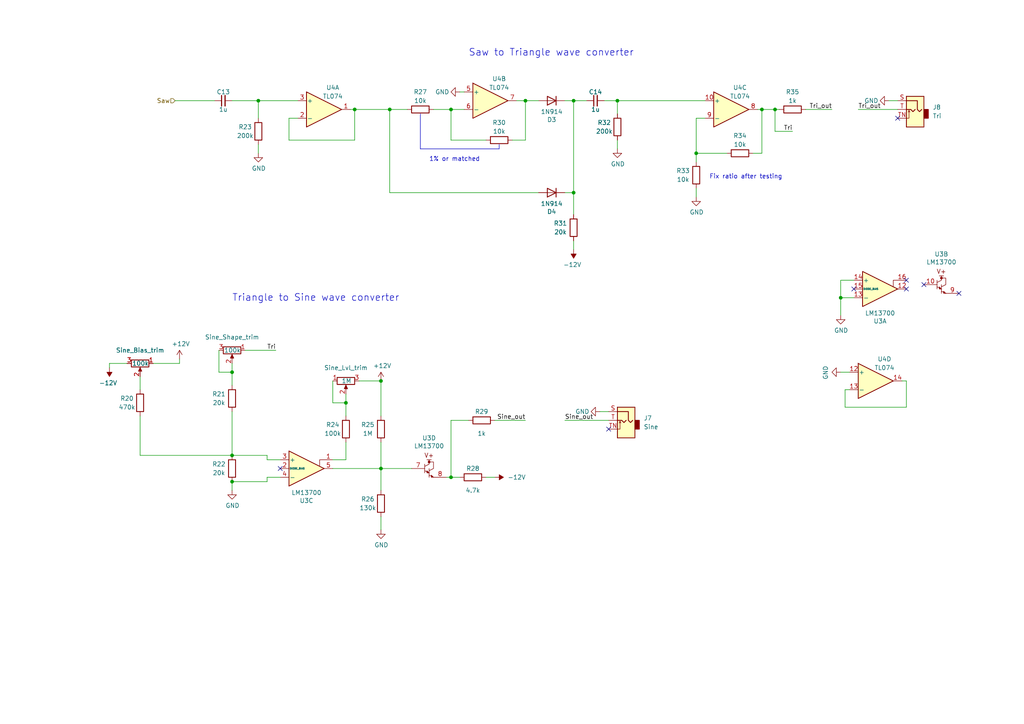
<source format=kicad_sch>
(kicad_sch (version 20230121) (generator eeschema)
  (paper "A4")
  (lib_symbols
    (symbol "Amplifier_Operational:LM13700" (pin_names (offset 0.127))
      (property "Reference" "U" (at 3.81 5.08 0))
      (property "Value" "LM13700" (at 5.08 -5.08 0))
      (symbol "LM13700_1_1"
        (polyline (pts (xy 3.81 -0.635) (xy 3.81 -2.54) (xy 5.08 -2.54)))
        (polyline (pts (xy 5.08 0) (xy -5.08 -5.08) (xy -5.08 5.08) (xy 5.08 0)) (stroke (width 0.254)) (fill (type background)))
        (pin output line (at 7.62 0 180) (length 2.54) (name "~") (number "12"))
        (pin input line (at -7.62 2.54 0) (length 2.54) (name "-") (number "13"))
        (pin input line (at -7.62 -2.54 0) (length 2.54) (name "+") (number "14"))
        (pin input line (at -7.62 0 0) (length 2.54) (name "DIODE_BIAS") (number "15"))
        (pin input line (at 7.62 -2.54 180) (length 2.54) (name "~") (number "16"))
      )
      (symbol "LM13700_2_0"
        (polyline (pts (xy -1.905 2.54) (xy -3.175 2.54)))
      )
      (symbol "LM13700_2_1"
        (circle (center -2.54 1.905) (radius 0.254) (stroke (width 0.254)) (fill (type outline)))
        (polyline (pts (xy -3.81 -0.635) (xy -2.54 -1.27)))
        (polyline (pts (xy -3.81 1.27) (xy -3.81 -1.27)))
        (polyline (pts (xy -2.54 -1.905) (xy -1.27 -2.54)))
        (polyline (pts (xy -2.54 0) (xy -2.54 -2.54)))
        (polyline (pts (xy -3.81 0.635) (xy -2.54 1.27) (xy -2.54 1.905) (xy -2.54 2.54)))
        (polyline (pts (xy -2.54 -1.27) (xy -3.175 -0.635) (xy -3.175 -1.27) (xy -2.54 -1.27)) (fill (type outline)))
        (polyline (pts (xy -2.54 -0.635) (xy -1.27 0) (xy -1.27 1.905) (xy -2.54 1.905)))
        (polyline (pts (xy -1.27 -2.54) (xy -1.905 -1.905) (xy -1.905 -2.54) (xy -1.27 -2.54)) (fill (type outline)))
        (text "V+" (at -2.54 3.81 0) (effects (font (size 1.27 1.27))))
        (pin input line (at -7.62 0 0) (length 3.81) (name "~") (number "10"))
        (pin output line (at 2.54 -2.54 180) (length 3.81) (name "~") (number "9"))
      )
      (symbol "LM13700_3_1"
        (polyline (pts (xy 3.81 -0.635) (xy 3.81 -2.54) (xy 5.08 -2.54)))
        (polyline (pts (xy 5.08 0) (xy -5.08 -5.08) (xy -5.08 5.08) (xy 5.08 0)) (stroke (width 0.254)) (fill (type background)))
        (pin input line (at 7.62 -2.54 180) (length 2.54) (name "~") (number "1"))
        (pin input line (at -7.62 0 0) (length 2.54) (name "DIODE_BIAS") (number "2"))
        (pin input line (at -7.62 -2.54 0) (length 2.54) (name "+") (number "3"))
        (pin input line (at -7.62 2.54 0) (length 2.54) (name "-") (number "4"))
        (pin output line (at 7.62 0 180) (length 2.54) (name "~") (number "5"))
      )
      (symbol "LM13700_4_0"
        (polyline (pts (xy -3.175 2.54) (xy -1.905 2.54)))
        (text "V+" (at -2.54 3.81 0) (effects (font (size 1.27 1.27))))
      )
      (symbol "LM13700_4_1"
        (circle (center -2.54 1.905) (radius 0.254) (stroke (width 0.254)) (fill (type outline)))
        (polyline (pts (xy -3.81 -0.635) (xy -2.54 -1.27)))
        (polyline (pts (xy -3.81 1.27) (xy -3.81 -1.27)))
        (polyline (pts (xy -2.54 -1.905) (xy -1.27 -2.54)))
        (polyline (pts (xy -2.54 0) (xy -2.54 -2.54)))
        (polyline (pts (xy -3.81 0.635) (xy -2.54 1.27) (xy -2.54 2.54)))
        (polyline (pts (xy -2.54 -1.27) (xy -3.175 -0.635) (xy -3.175 -1.27) (xy -2.54 -1.27)) (fill (type outline)))
        (polyline (pts (xy -2.54 -0.635) (xy -1.27 0) (xy -1.27 1.905) (xy -2.54 1.905)))
        (polyline (pts (xy -1.27 -2.54) (xy -1.905 -1.905) (xy -1.905 -2.54) (xy -1.27 -2.54)) (fill (type outline)))
        (pin input line (at -7.62 0 0) (length 3.81) (name "~") (number "7"))
        (pin output line (at 2.54 -2.54 180) (length 3.81) (name "~") (number "8"))
      )
      (symbol "LM13700_5_1"
        (pin power_in line (at -2.54 7.62 270) (length 3.81) (name "V+") (number "11"))
        (pin power_in line (at -2.54 -7.62 90) (length 3.81) (name "V-") (number "6"))
      )
    )
    (symbol "Amplifier_Operational:TL074" (pin_names (offset 0.127))
      (property "Reference" "U" (at 0 5.08 0))
      (property "Value" "TL074" (at 0 -5.08 0))
      (symbol "TL074_1_1"
        (polyline (pts (xy -5.08 5.08) (xy 5.08 0) (xy -5.08 -5.08) (xy -5.08 5.08)) (stroke (width 0.254)) (fill (type background)))
        (pin output line (at 7.62 0 180) (length 2.54) (name "~") (number "1"))
        (pin input line (at -7.62 -2.54 0) (length 2.54) (name "-") (number "2"))
        (pin input line (at -7.62 2.54 0) (length 2.54) (name "+") (number "3"))
      )
      (symbol "TL074_2_1"
        (polyline (pts (xy -5.08 5.08) (xy 5.08 0) (xy -5.08 -5.08) (xy -5.08 5.08)) (stroke (width 0.254)) (fill (type background)))
        (pin input line (at -7.62 2.54 0) (length 2.54) (name "+") (number "5"))
        (pin input line (at -7.62 -2.54 0) (length 2.54) (name "-") (number "6"))
        (pin output line (at 7.62 0 180) (length 2.54) (name "~") (number "7"))
      )
      (symbol "TL074_3_1"
        (polyline (pts (xy -5.08 5.08) (xy 5.08 0) (xy -5.08 -5.08) (xy -5.08 5.08)) (stroke (width 0.254)) (fill (type background)))
        (pin input line (at -7.62 2.54 0) (length 2.54) (name "+") (number "10"))
        (pin output line (at 7.62 0 180) (length 2.54) (name "~") (number "8"))
        (pin input line (at -7.62 -2.54 0) (length 2.54) (name "-") (number "9"))
      )
      (symbol "TL074_4_1"
        (polyline (pts (xy -5.08 5.08) (xy 5.08 0) (xy -5.08 -5.08) (xy -5.08 5.08)) (stroke (width 0.254)) (fill (type background)))
        (pin input line (at -7.62 2.54 0) (length 2.54) (name "+") (number "12"))
        (pin input line (at -7.62 -2.54 0) (length 2.54) (name "-") (number "13"))
        (pin output line (at 7.62 0 180) (length 2.54) (name "~") (number "14"))
      )
      (symbol "TL074_5_1"
        (pin power_in line (at -2.54 -7.62 90) (length 3.81) (name "V-") (number "11"))
        (pin power_in line (at -2.54 7.62 270) (length 3.81) (name "V+") (number "4"))
      )
    )
    (symbol "Connector:AudioJack2_SwitchT"
      (property "Reference" "J" (at 0 8.89 0))
      (property "Value" "AudioJack2_SwitchT" (at 0 6.35 0))
      (symbol "AudioJack2_SwitchT_0_1"
        (rectangle (start -2.54 0) (end -3.81 -2.54) (stroke (width 0.254)) (fill (type outline)))
        (polyline (pts (xy 1.778 -0.254) (xy 2.032 -0.762)))
        (polyline (pts (xy 0 0) (xy 0.635 -0.635) (xy 1.27 0) (xy 2.54 0)) (stroke (width 0.254)))
        (polyline (pts (xy 2.54 -2.54) (xy 1.778 -2.54) (xy 1.778 -0.254) (xy 1.524 -0.762)))
        (polyline (pts (xy 2.54 2.54) (xy -0.635 2.54) (xy -0.635 0) (xy -1.27 -0.635) (xy -1.905 0)) (stroke (width 0.254)))
        (rectangle (start 2.54 3.81) (end -2.54 -5.08) (stroke (width 0.254)) (fill (type background)))
      )
      (symbol "AudioJack2_SwitchT_1_1"
        (pin passive line (at 5.08 2.54 180) (length 2.54) (name "~") (number "S"))
        (pin passive line (at 5.08 0 180) (length 2.54) (name "~") (number "T"))
        (pin passive line (at 5.08 -2.54 180) (length 2.54) (name "~") (number "TN"))
      )
    )
    (symbol "Device:C_Small" (pin_numbers hide) (pin_names (offset 0.254) hide)
      (property "Reference" "C" (at 0.254 1.778 0))
      (property "Value" "C_Small" (at 0.254 -2.032 0))
      (symbol "C_Small_0_1"
        (polyline (pts (xy -1.524 -0.508) (xy 1.524 -0.508)) (stroke (width 0.3302)))
        (polyline (pts (xy -1.524 0.508) (xy 1.524 0.508)) (stroke (width 0.3048)))
      )
      (symbol "C_Small_1_1"
        (pin passive line (at 0 2.54 270) (length 2.032) (name "~") (number "1"))
        (pin passive line (at 0 -2.54 90) (length 2.032) (name "~") (number "2"))
      )
    )
    (symbol "Device:D" (pin_numbers hide) (pin_names (offset 1.016) hide)
      (property "Reference" "D" (at 0 2.54 0))
      (property "Value" "D" (at 0 -2.54 0))
      (symbol "D_0_1"
        (polyline (pts (xy -1.27 1.27) (xy -1.27 -1.27)) (stroke (width 0.254)))
        (polyline (pts (xy 1.27 0) (xy -1.27 0)))
        (polyline (pts (xy 1.27 1.27) (xy 1.27 -1.27) (xy -1.27 0) (xy 1.27 1.27)) (stroke (width 0.254)))
      )
      (symbol "D_1_1"
        (pin passive line (at -3.81 0 0) (length 2.54) (name "K") (number "1"))
        (pin passive line (at 3.81 0 180) (length 2.54) (name "A") (number "2"))
      )
    )
    (symbol "Device:R" (pin_numbers hide) (pin_names (offset 0))
      (property "Reference" "R" (at 2.032 0 90))
      (property "Value" "R" (at 0 0 90))
      (symbol "R_0_1"
        (rectangle (start -1.016 -2.54) (end 1.016 2.54) (stroke (width 0.254)))
      )
      (symbol "R_1_1"
        (pin passive line (at 0 3.81 270) (length 1.27) (name "~") (number "1"))
        (pin passive line (at 0 -3.81 90) (length 1.27) (name "~") (number "2"))
      )
    )
    (symbol "Device:R_POT" (pin_names (offset 1.016) hide)
      (property "Reference" "RV" (at -4.445 0 90))
      (property "Value" "Device_R_POT" (at -2.54 0 90))
      (symbol "R_POT_0_1"
        (polyline (pts (xy 2.54 0) (xy 1.524 0)))
        (polyline (pts (xy 1.143 0) (xy 2.286 0.508) (xy 2.286 -0.508) (xy 1.143 0)) (fill (type outline)))
        (rectangle (start 1.016 2.54) (end -1.016 -2.54) (stroke (width 0.254)))
      )
      (symbol "R_POT_1_1"
        (pin passive line (at 0 3.81 270) (length 1.27) (name "1") (number "1"))
        (pin passive line (at 3.81 0 180) (length 1.27) (name "2") (number "2"))
        (pin passive line (at 0 -3.81 90) (length 1.27) (name "3") (number "3"))
      )
    )
    (symbol "power:+12V" (power) (pin_names (offset 0))
      (property "Value" "+12V" (at 0 3.556 0))
      (symbol "+12V_0_1"
        (polyline (pts (xy -0.762 1.27) (xy 0 2.54)))
        (polyline (pts (xy 0 0) (xy 0 2.54)))
        (polyline (pts (xy 0 2.54) (xy 0.762 1.27)))
      )
      (symbol "+12V_1_1"
        (pin power_in line (at 0 0 90) (length 0) hide (name "+12V") (number "1"))
      )
    )
    (symbol "power:-12V" (power) (pin_names (offset 0))
      (property "Value" "-12V" (at 0 3.81 0))
      (symbol "-12V_0_0"
        (pin power_in line (at 0 0 90) (length 0) hide (name "-12V") (number "1"))
      )
      (symbol "-12V_0_1"
        (polyline (pts (xy 0 0) (xy 0 1.27) (xy 0.762 1.27) (xy 0 2.54) (xy -0.762 1.27) (xy 0 1.27)) (fill (type outline)))
      )
    )
    (symbol "power:GND" (power) (pin_names (offset 0))
      (property "Value" "GND" (at 0 -3.81 0))
      (symbol "GND_0_1"
        (polyline (pts (xy 0 0) (xy 0 -1.27) (xy 1.27 -1.27) (xy 0 -2.54) (xy -1.27 -1.27) (xy 0 -1.27)))
      )
      (symbol "GND_1_1"
        (pin power_in line (at 0 0 270) (length 0) hide (name "GND") (number "1"))
      )
    )
  )
  (junction (at 67.31 107.95))
  (junction (at 67.31 132.08))
  (junction (at 220.98 31.75))
  (junction (at 243.84 86.36))
  (junction (at 100.33 116.84))
  (junction (at 201.93 44.45))
  (junction (at 110.49 135.89))
  (junction (at 74.93 29.21))
  (junction (at 166.37 29.21))
  (junction (at 110.49 110.49))
  (junction (at 113.03 31.75))
  (junction (at 102.87 31.75))
  (junction (at 130.81 138.43))
  (junction (at 224.79 31.75))
  (junction (at 130.81 31.75))
  (junction (at 67.31 139.7))
  (junction (at 179.07 29.21))
  (junction (at 166.37 55.88))
  (junction (at 152.4 29.21))
  (no_connect (at 260.35 34.29))
  (no_connect (at 267.97 82.55))
  (no_connect (at 278.13 85.09))
  (no_connect (at 262.89 81.28))
  (no_connect (at 176.53 124.46))
  (no_connect (at 81.28 135.89))
  (no_connect (at 262.89 83.82))
  (no_connect (at 247.65 83.82))
  (wire (pts (xy 166.37 55.88) (xy 166.37 62.23)))
  (wire (pts (xy 134.62 26.67) (xy 133.35 26.67)))
  (wire (pts (xy 201.93 44.45) (xy 210.82 44.45)))
  (polyline (pts (xy 144.78 41.91) (xy 144.78 43.18)))
  (wire (pts (xy 71.12 101.6) (xy 80.01 101.6)))
  (wire (pts (xy 201.93 34.29) (xy 201.93 44.45)))
  (wire (pts (xy 176.53 119.38) (xy 173.99 119.38)))
  (wire (pts (xy 67.31 107.95) (xy 67.31 111.76)))
  (wire (pts (xy 246.38 107.95) (xy 243.84 107.95)))
  (wire (pts (xy 110.49 135.89) (xy 110.49 142.24)))
  (wire (pts (xy 113.03 31.75) (xy 113.03 55.88)))
  (wire (pts (xy 77.47 133.35) (xy 81.28 133.35)))
  (wire (pts (xy 104.14 110.49) (xy 110.49 110.49)))
  (wire (pts (xy 77.47 138.43) (xy 77.47 139.7)))
  (wire (pts (xy 74.93 29.21) (xy 74.93 34.29)))
  (wire (pts (xy 243.84 86.36) (xy 243.84 91.44)))
  (wire (pts (xy 52.07 104.14) (xy 52.07 105.41)))
  (wire (pts (xy 224.79 31.75) (xy 220.98 31.75)))
  (wire (pts (xy 77.47 132.08) (xy 77.47 133.35)))
  (wire (pts (xy 175.26 29.21) (xy 179.07 29.21)))
  (wire (pts (xy 40.64 113.03) (xy 40.64 109.22)))
  (wire (pts (xy 245.11 113.03) (xy 246.38 113.03)))
  (wire (pts (xy 74.93 41.91) (xy 74.93 44.45)))
  (wire (pts (xy 130.81 31.75) (xy 130.81 40.64)))
  (wire (pts (xy 179.07 29.21) (xy 204.47 29.21)))
  (wire (pts (xy 81.28 138.43) (xy 77.47 138.43)))
  (wire (pts (xy 31.75 105.41) (xy 31.75 106.68)))
  (wire (pts (xy 100.33 128.27) (xy 100.33 133.35)))
  (wire (pts (xy 50.8 29.21) (xy 62.23 29.21)))
  (wire (pts (xy 44.45 105.41) (xy 52.07 105.41)))
  (wire (pts (xy 110.49 149.86) (xy 110.49 153.67)))
  (wire (pts (xy 220.98 44.45) (xy 218.44 44.45)))
  (wire (pts (xy 261.62 110.49) (xy 262.89 110.49)))
  (wire (pts (xy 248.92 31.75) (xy 260.35 31.75)))
  (wire (pts (xy 219.71 31.75) (xy 220.98 31.75)))
  (wire (pts (xy 86.36 34.29) (xy 83.82 34.29)))
  (wire (pts (xy 83.82 34.29) (xy 83.82 40.64)))
  (wire (pts (xy 125.73 31.75) (xy 130.81 31.75)))
  (polyline (pts (xy 121.92 33.02) (xy 121.92 43.18)))
  (wire (pts (xy 36.83 105.41) (xy 31.75 105.41)))
  (wire (pts (xy 201.93 44.45) (xy 201.93 46.99)))
  (wire (pts (xy 148.59 40.64) (xy 152.4 40.64)))
  (wire (pts (xy 67.31 132.08) (xy 77.47 132.08)))
  (wire (pts (xy 152.4 29.21) (xy 149.86 29.21)))
  (wire (pts (xy 156.21 29.21) (xy 152.4 29.21)))
  (wire (pts (xy 130.81 31.75) (xy 134.62 31.75)))
  (wire (pts (xy 96.52 110.49) (xy 96.52 116.84)))
  (wire (pts (xy 100.33 133.35) (xy 96.52 133.35)))
  (wire (pts (xy 163.83 121.92) (xy 176.53 121.92)))
  (polyline (pts (xy 121.92 43.18) (xy 144.78 43.18)))
  (wire (pts (xy 67.31 105.41) (xy 67.31 107.95)))
  (wire (pts (xy 40.64 120.65) (xy 40.64 132.08)))
  (wire (pts (xy 83.82 40.64) (xy 102.87 40.64)))
  (wire (pts (xy 63.5 107.95) (xy 67.31 107.95)))
  (wire (pts (xy 224.79 38.1) (xy 229.87 38.1)))
  (wire (pts (xy 166.37 55.88) (xy 163.83 55.88)))
  (wire (pts (xy 102.87 31.75) (xy 101.6 31.75)))
  (wire (pts (xy 163.83 29.21) (xy 166.37 29.21)))
  (wire (pts (xy 204.47 34.29) (xy 201.93 34.29)))
  (wire (pts (xy 243.84 86.36) (xy 247.65 86.36)))
  (wire (pts (xy 262.89 110.49) (xy 262.89 118.11)))
  (wire (pts (xy 179.07 29.21) (xy 179.07 33.02)))
  (wire (pts (xy 241.3 31.75) (xy 233.68 31.75)))
  (wire (pts (xy 130.81 40.64) (xy 140.97 40.64)))
  (wire (pts (xy 260.35 29.21) (xy 257.81 29.21)))
  (wire (pts (xy 247.65 81.28) (xy 243.84 81.28)))
  (wire (pts (xy 74.93 29.21) (xy 86.36 29.21)))
  (wire (pts (xy 245.11 118.11) (xy 245.11 113.03)))
  (wire (pts (xy 102.87 31.75) (xy 113.03 31.75)))
  (wire (pts (xy 152.4 121.92) (xy 143.51 121.92)))
  (wire (pts (xy 166.37 29.21) (xy 166.37 55.88)))
  (wire (pts (xy 63.5 101.6) (xy 63.5 107.95)))
  (wire (pts (xy 113.03 55.88) (xy 156.21 55.88)))
  (wire (pts (xy 100.33 116.84) (xy 100.33 120.65)))
  (wire (pts (xy 243.84 81.28) (xy 243.84 86.36)))
  (wire (pts (xy 133.35 138.43) (xy 130.81 138.43)))
  (wire (pts (xy 110.49 128.27) (xy 110.49 135.89)))
  (wire (pts (xy 67.31 119.38) (xy 67.31 132.08)))
  (wire (pts (xy 110.49 135.89) (xy 119.38 135.89)))
  (wire (pts (xy 166.37 29.21) (xy 170.18 29.21)))
  (wire (pts (xy 226.06 31.75) (xy 224.79 31.75)))
  (wire (pts (xy 140.97 138.43) (xy 143.51 138.43)))
  (wire (pts (xy 262.89 118.11) (xy 245.11 118.11)))
  (wire (pts (xy 130.81 121.92) (xy 130.81 138.43)))
  (wire (pts (xy 152.4 40.64) (xy 152.4 29.21)))
  (wire (pts (xy 67.31 139.7) (xy 67.31 142.24)))
  (wire (pts (xy 201.93 54.61) (xy 201.93 57.15)))
  (wire (pts (xy 166.37 69.85) (xy 166.37 72.39)))
  (wire (pts (xy 113.03 31.75) (xy 118.11 31.75)))
  (wire (pts (xy 135.89 121.92) (xy 130.81 121.92)))
  (wire (pts (xy 40.64 132.08) (xy 67.31 132.08)))
  (wire (pts (xy 102.87 40.64) (xy 102.87 31.75)))
  (wire (pts (xy 220.98 31.75) (xy 220.98 44.45)))
  (wire (pts (xy 67.31 139.7) (xy 77.47 139.7)))
  (wire (pts (xy 179.07 40.64) (xy 179.07 43.18)))
  (wire (pts (xy 96.52 135.89) (xy 110.49 135.89)))
  (wire (pts (xy 67.31 29.21) (xy 74.93 29.21)))
  (wire (pts (xy 110.49 110.49) (xy 110.49 120.65)))
  (wire (pts (xy 100.33 114.3) (xy 100.33 116.84)))
  (wire (pts (xy 96.52 116.84) (xy 100.33 116.84)))
  (wire (pts (xy 224.79 31.75) (xy 224.79 38.1)))
  (wire (pts (xy 130.81 138.43) (xy 129.54 138.43)))
  (text "Saw to Triangle wave converter" (at 135.89 16.51 0) (effects (font (size 2 2)) (justify left bottom)))
  (text "Triangle to Sine wave converter" (at 67.31 87.63 0) (effects (font (size 2 2)) (justify left bottom)))
  (text "Fix ratio after testing" (at 205.74 52.07 0) (effects (font (size 1.27 1.27)) (justify left bottom)))
  (text "1% or matched" (at 124.46 46.99 0) (effects (font (size 1.27 1.27)) (justify left bottom)))
  (label "Sine_out" (at 152.4 121.92 180))
  (label "Tri" (at 80.01 101.6 180))
  (label "Tri_out" (at 241.3 31.75 180))
  (label "Tri_out" (at 248.92 31.75 0))
  (label "Sine_out" (at 163.83 121.92 0))
  (label "Tri" (at 229.87 38.1 180))
  (hierarchical_label "Saw" (shape input) (at 50.8 29.21 180))
  (symbol (lib_id "power:GND") (at 110.49 153.67 0) (unit 1)
    (property "Reference" "#PWR039" (effects hide))
    (property "Value" "GND" (at 110.617 158.0642 0))
  )
  (symbol (lib_id "power:GND") (at 173.99 119.38 270) (unit 1)
    (property "Reference" "#PWR042" (effects hide))
    (property "Value" "GND" (at 168.91 119.38 90))
  )
  (symbol (lib_id "Device:R_POT") (at 100.33 110.49 90) (mirror x) (unit 1)
    (property "Reference" "Sine_Lvl_trim" (at 100.33 106.68 90))
    (property "Value" "1M" (at 99.06 110.49 90) (effects (justify right)))
    (property "Footprint" "Potentiometer_THT:Potentiometer_Bourns_3386C_Horizontal" (effects hide))
    (property "Comments" "Use multi turn Cermet style 3296 pots " (effects hide))
  )
  (symbol (lib_id "Device:R") (at 67.31 135.89 180) (unit 1)
    (property "Reference" "R22" (at 63.5 134.62 0))
    (property "Value" "20k" (at 63.5 137.16 0))
    (property "Footprint" "Resistor_THT:R_Axial_DIN0207_L6.3mm_D2.5mm_P10.16mm_Horizontal" (effects hide))
  )
  (symbol (lib_id "Amplifier_Operational:LM13700") (at 255.27 83.82 0) (mirror x) (unit 1)
    (property "Reference" "U3" (at 255.27 93.1418 0))
    (property "Value" "LM13700" (at 255.27 90.8304 0))
    (property "Footprint" "Package_SO:SOIC-16_3.9x9.9mm_P1.27mm" (effects hide))
    (property "Datasheet" "http://www.ti.com/lit/ds/symlink/lm13700.pdf" (effects hide))
  )
  (symbol (lib_id "Device:R") (at 100.33 124.46 180) (unit 1)
    (property "Reference" "R24" (at 96.52 123.19 0))
    (property "Value" "100k" (at 96.52 125.73 0))
    (property "Footprint" "Resistor_THT:R_Axial_DIN0207_L6.3mm_D2.5mm_P10.16mm_Horizontal" (effects hide))
  )
  (symbol (lib_id "Device:R") (at 166.37 66.04 180) (unit 1)
    (property "Reference" "R31" (at 162.56 64.77 0))
    (property "Value" "20k" (at 162.56 67.31 0))
    (property "Footprint" "Resistor_THT:R_Axial_DIN0207_L6.3mm_D2.5mm_P10.16mm_Horizontal" (effects hide))
  )
  (symbol (lib_id "power:-12V") (at 166.37 72.39 180) (unit 1)
    (property "Reference" "#PWR043" (effects hide))
    (property "Value" "-12V" (at 165.989 76.7842 0))
  )
  (symbol (lib_id "Device:R") (at 229.87 31.75 90) (unit 1)
    (property "Reference" "R35" (at 229.87 26.67 90))
    (property "Value" "1k" (at 229.87 29.21 90))
    (property "Footprint" "Resistor_THT:R_Axial_DIN0207_L6.3mm_D2.5mm_P10.16mm_Horizontal" (effects hide))
  )
  (symbol (lib_id "Device:R") (at 144.78 40.64 90) (unit 1)
    (property "Reference" "R30" (at 144.78 35.56 90))
    (property "Value" "10k" (at 144.78 38.1 90))
    (property "Footprint" "Resistor_THT:R_Axial_DIN0207_L6.3mm_D2.5mm_P10.16mm_Horizontal" (effects hide))
  )
  (symbol (lib_id "power:-12V") (at 143.51 138.43 270) (unit 1)
    (property "Reference" "#PWR041" (effects hide))
    (property "Value" "-12V" (at 149.86 138.43 90))
  )
  (symbol (lib_id "Device:D") (at 160.02 55.88 180) (unit 1)
    (property "Reference" "D4" (at 160.02 61.3918 0))
    (property "Value" "1N914" (at 160.02 59.0804 0))
    (property "Footprint" "Diode_THT:D_DO-35_SOD27_P7.62mm_Horizontal" (effects hide))
  )
  (symbol (lib_id "Device:R") (at 40.64 116.84 180) (unit 1)
    (property "Reference" "R20" (at 36.83 115.57 0))
    (property "Value" "470k" (at 36.83 118.11 0))
    (property "Footprint" "Resistor_THT:R_Axial_DIN0207_L6.3mm_D2.5mm_P10.16mm_Horizontal" (effects hide))
  )
  (symbol (lib_id "power:GND") (at 201.93 57.15 0) (unit 1)
    (property "Reference" "#PWR045" (effects hide))
    (property "Value" "GND" (at 202.057 61.5442 0))
  )
  (symbol (lib_id "Amplifier_Operational:TL074") (at 212.09 31.75 0) (unit 3)
    (property "Reference" "U4" (at 214.63 25.4 0))
    (property "Value" "TL074" (at 214.63 27.94 0))
    (property "Footprint" "Package_DIP:DIP-14_W7.62mm_Socket" (effects hide))
    (property "Datasheet" "http://www.ti.com/lit/ds/symlink/tl071.pdf" (effects hide))
  )
  (symbol (lib_id "power:GND") (at 67.31 142.24 0) (unit 1)
    (property "Reference" "#PWR036" (effects hide))
    (property "Value" "GND" (at 67.437 146.6342 0))
  )
  (symbol (lib_id "Amplifier_Operational:LM13700") (at 88.9 135.89 0) (mirror x) (unit 3)
    (property "Reference" "U3" (at 88.9 145.2118 0))
    (property "Value" "LM13700" (at 88.9 142.9004 0))
    (property "Footprint" "Package_SO:SOIC-16_3.9x9.9mm_P1.27mm" (effects hide))
    (property "Datasheet" "http://www.ti.com/lit/ds/symlink/lm13700.pdf" (effects hide))
  )
  (symbol (lib_id "Amplifier_Operational:TL074") (at 93.98 31.75 0) (unit 1)
    (property "Reference" "U4" (at 96.52 25.4 0))
    (property "Value" "TL074" (at 96.52 27.94 0))
    (property "Footprint" "Package_DIP:DIP-14_W7.62mm_Socket" (effects hide))
    (property "Datasheet" "http://www.ti.com/lit/ds/symlink/tl071.pdf" (effects hide))
  )
  (symbol (lib_id "power:+12V") (at 52.07 104.14 0) (unit 1)
    (property "Reference" "#PWR035" (effects hide))
    (property "Value" "+12V" (at 52.451 99.7458 0))
  )
  (symbol (lib_id "Device:R") (at 214.63 44.45 90) (unit 1)
    (property "Reference" "R34" (at 214.63 39.37 90))
    (property "Value" "10k" (at 214.63 41.91 90))
    (property "Footprint" "Resistor_THT:R_Axial_DIN0207_L6.3mm_D2.5mm_P10.16mm_Horizontal" (effects hide))
  )
  (symbol (lib_id "Device:D") (at 160.02 29.21 180) (unit 1)
    (property "Reference" "D3" (at 160.02 34.7218 0))
    (property "Value" "1N914" (at 160.02 32.4104 0))
    (property "Footprint" "Diode_THT:D_DO-35_SOD27_P7.62mm_Horizontal" (effects hide))
  )
  (symbol (lib_id "Amplifier_Operational:TL074") (at 254 110.49 0) (unit 4)
    (property "Reference" "U4" (at 256.54 104.14 0))
    (property "Value" "TL074" (at 256.54 106.68 0))
    (property "Footprint" "Package_DIP:DIP-14_W7.62mm_Socket" (effects hide))
    (property "Datasheet" "http://www.ti.com/lit/ds/symlink/tl071.pdf" (effects hide))
  )
  (symbol (lib_id "Device:R") (at 179.07 36.83 180) (unit 1)
    (property "Reference" "R32" (at 175.26 35.56 0))
    (property "Value" "200k" (at 175.26 38.1 0))
    (property "Footprint" "Resistor_THT:R_Axial_DIN0207_L6.3mm_D2.5mm_P10.16mm_Horizontal" (effects hide))
  )
  (symbol (lib_id "Device:R") (at 67.31 115.57 180) (unit 1)
    (property "Reference" "R21" (at 63.5 114.3 0))
    (property "Value" "20k" (at 63.5 116.84 0))
    (property "Footprint" "Resistor_THT:R_Axial_DIN0207_L6.3mm_D2.5mm_P10.16mm_Horizontal" (effects hide))
  )
  (symbol (lib_id "power:-12V") (at 31.75 106.68 180) (unit 1)
    (property "Reference" "#PWR034" (effects hide))
    (property "Value" "-12V" (at 31.369 111.0742 0))
  )
  (symbol (lib_id "Device:R") (at 201.93 50.8 180) (unit 1)
    (property "Reference" "R33" (at 198.12 49.53 0))
    (property "Value" "10k" (at 198.12 52.07 0))
    (property "Footprint" "Resistor_THT:R_Axial_DIN0207_L6.3mm_D2.5mm_P10.16mm_Horizontal" (effects hide))
  )
  (symbol (lib_id "power:GND") (at 257.81 29.21 270) (unit 1)
    (property "Reference" "#PWR048" (effects hide))
    (property "Value" "GND" (at 252.73 29.21 90))
  )
  (symbol (lib_id "power:GND") (at 243.84 107.95 270) (unit 1)
    (property "Reference" "#PWR047" (effects hide))
    (property "Value" "GND" (at 239.4458 108.077 0))
  )
  (symbol (lib_id "Connector:AudioJack2_SwitchT") (at 265.43 31.75 0) (mirror y) (unit 1)
    (property "Reference" "J8" (at 270.51 31.1149 0) (effects (justify right)))
    (property "Value" "Tri" (at 270.51 33.6549 0) (effects (justify right)))
    (property "Footprint" "Synth:Thonkiconn" (effects hide))
  )
  (symbol (lib_id "Device:R_POT") (at 67.31 101.6 270) (unit 1)
    (property "Reference" "Sine_Shape_trim" (at 67.31 97.79 90))
    (property "Value" "100k" (at 69.85 101.6 90) (effects (justify right)))
    (property "Footprint" "Potentiometer_THT:Potentiometer_Bourns_3386C_Horizontal" (effects hide))
    (property "Comments" "Use multi turn Cermet style 3296 pots " (effects hide))
  )
  (symbol (lib_id "Device:R") (at 139.7 121.92 270) (unit 1)
    (property "Reference" "R29" (at 139.7 119.38 90))
    (property "Value" "1k" (at 139.7 125.73 90))
    (property "Footprint" "Resistor_THT:R_Axial_DIN0207_L6.3mm_D2.5mm_P10.16mm_Horizontal" (effects hide))
  )
  (symbol (lib_id "Connector:AudioJack2_SwitchT") (at 181.61 121.92 0) (mirror y) (unit 1)
    (property "Reference" "J7" (at 186.69 121.2849 0) (effects (justify right)))
    (property "Value" "Sine" (at 186.69 123.8249 0) (effects (justify right)))
    (property "Footprint" "Synth:Thonkiconn" (effects hide))
  )
  (symbol (lib_id "Amplifier_Operational:LM13700") (at 127 135.89 0) (unit 4)
    (property "Reference" "U3" (at 124.46 127.0508 0))
    (property "Value" "LM13700" (at 124.46 129.3622 0))
    (property "Footprint" "Package_SO:SOIC-16_3.9x9.9mm_P1.27mm" (effects hide))
    (property "Datasheet" "http://www.ti.com/lit/ds/symlink/lm13700.pdf" (effects hide))
  )
  (symbol (lib_id "power:GND") (at 243.84 91.44 0) (unit 1)
    (property "Reference" "#PWR046" (effects hide))
    (property "Value" "GND" (at 243.967 95.8342 0))
  )
  (symbol (lib_id "Device:C_Small") (at 172.72 29.21 90) (unit 1)
    (property "Reference" "C14" (at 172.72 26.67 90))
    (property "Value" "1u" (at 172.72 31.75 90))
    (property "Footprint" "Capacitor_THT:C_Disc_D7.0mm_W2.5mm_P5.00mm" (effects hide))
  )
  (symbol (lib_id "Device:C_Small") (at 64.77 29.21 90) (unit 1)
    (property "Reference" "C13" (at 64.77 26.67 90))
    (property "Value" "1u" (at 64.77 31.75 90))
    (property "Footprint" "Capacitor_THT:C_Disc_D7.0mm_W2.5mm_P5.00mm" (effects hide))
  )
  (symbol (lib_id "Device:R") (at 137.16 138.43 270) (unit 1)
    (property "Reference" "R28" (at 137.16 135.89 90))
    (property "Value" "4.7k" (at 137.16 142.24 90))
    (property "Footprint" "Resistor_THT:R_Axial_DIN0207_L6.3mm_D2.5mm_P10.16mm_Horizontal" (effects hide))
  )
  (symbol (lib_id "power:+12V") (at 110.49 110.49 0) (unit 1)
    (property "Reference" "#PWR038" (effects hide))
    (property "Value" "+12V" (at 110.871 106.0958 0))
  )
  (symbol (lib_id "power:GND") (at 133.35 26.67 270) (unit 1)
    (property "Reference" "#PWR040" (effects hide))
    (property "Value" "GND" (at 128.27 26.67 90))
  )
  (symbol (lib_id "Amplifier_Operational:TL074") (at 142.24 29.21 0) (unit 2)
    (property "Reference" "U4" (at 144.78 22.86 0))
    (property "Value" "TL074" (at 144.78 25.4 0))
    (property "Footprint" "Package_DIP:DIP-14_W7.62mm_Socket" (effects hide))
    (property "Datasheet" "http://www.ti.com/lit/ds/symlink/tl071.pdf" (effects hide))
  )
  (symbol (lib_id "Device:R") (at 121.92 31.75 90) (unit 1)
    (property "Reference" "R27" (at 121.92 26.67 90))
    (property "Value" "10k" (at 121.92 29.21 90))
    (property "Footprint" "Resistor_THT:R_Axial_DIN0207_L6.3mm_D2.5mm_P10.16mm_Horizontal" (effects hide))
  )
  (symbol (lib_id "Device:R") (at 110.49 146.05 180) (unit 1)
    (property "Reference" "R26" (at 106.68 144.78 0))
    (property "Value" "130k" (at 106.68 147.32 0))
    (property "Footprint" "Resistor_THT:R_Axial_DIN0207_L6.3mm_D2.5mm_P10.16mm_Horizontal" (effects hide))
  )
  (symbol (lib_id "power:GND") (at 179.07 43.18 0) (unit 1)
    (property "Reference" "#PWR044" (effects hide))
    (property "Value" "GND" (at 179.197 47.5742 0))
  )
  (symbol (lib_id "power:GND") (at 74.93 44.45 0) (unit 1)
    (property "Reference" "#PWR037" (effects hide))
    (property "Value" "GND" (at 75.057 48.8442 0))
  )
  (symbol (lib_id "Device:R") (at 74.93 38.1 180) (unit 1)
    (property "Reference" "R23" (at 71.12 36.83 0))
    (property "Value" "200k" (at 71.12 39.37 0))
    (property "Footprint" "Resistor_THT:R_Axial_DIN0207_L6.3mm_D2.5mm_P10.16mm_Horizontal" (effects hide))
  )
  (symbol (lib_id "Device:R") (at 110.49 124.46 180) (unit 1)
    (property "Reference" "R25" (at 106.68 123.19 0))
    (property "Value" "1M" (at 106.68 125.73 0))
    (property "Footprint" "Resistor_THT:R_Axial_DIN0207_L6.3mm_D2.5mm_P10.16mm_Horizontal" (effects hide))
  )
  (symbol (lib_id "Amplifier_Operational:LM13700") (at 275.59 82.55 0) (unit 2)
    (property "Reference" "U3" (at 273.05 73.7108 0))
    (property "Value" "LM13700" (at 273.05 76.0222 0))
    (property "Footprint" "Package_SO:SOIC-16_3.9x9.9mm_P1.27mm" (effects hide))
    (property "Datasheet" "http://www.ti.com/lit/ds/symlink/lm13700.pdf" (effects hide))
  )
  (symbol (lib_id "Device:R_POT") (at 40.64 105.41 270) (unit 1)
    (property "Reference" "Sine_Bias_trim" (at 40.64 101.6 90))
    (property "Value" "100k" (at 43.18 105.41 90) (effects (justify right)))
    (property "Footprint" "Potentiometer_THT:Potentiometer_Bourns_3386C_Horizontal" (effects hide))
    (property "Comments" "Use multi turn Cermet style 3296 pots " (effects hide))
  )
)
</source>
